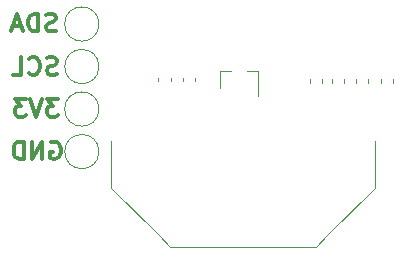
<source format=gbr>
G04 #@! TF.GenerationSoftware,KiCad,Pcbnew,(5.1.5)-3*
G04 #@! TF.CreationDate,2021-08-08T19:40:10+02:00*
G04 #@! TF.ProjectId,18650_UPS_TOP,31383635-305f-4555-9053-5f544f502e6b,rev?*
G04 #@! TF.SameCoordinates,Original*
G04 #@! TF.FileFunction,Legend,Bot*
G04 #@! TF.FilePolarity,Positive*
%FSLAX46Y46*%
G04 Gerber Fmt 4.6, Leading zero omitted, Abs format (unit mm)*
G04 Created by KiCad (PCBNEW (5.1.5)-3) date 2021-08-08 19:40:10*
%MOMM*%
%LPD*%
G04 APERTURE LIST*
%ADD10C,0.300000*%
%ADD11C,0.120000*%
G04 APERTURE END LIST*
D10*
X75221428Y-80157142D02*
X75007142Y-80228571D01*
X74650000Y-80228571D01*
X74507142Y-80157142D01*
X74435714Y-80085714D01*
X74364285Y-79942857D01*
X74364285Y-79800000D01*
X74435714Y-79657142D01*
X74507142Y-79585714D01*
X74650000Y-79514285D01*
X74935714Y-79442857D01*
X75078571Y-79371428D01*
X75150000Y-79300000D01*
X75221428Y-79157142D01*
X75221428Y-79014285D01*
X75150000Y-78871428D01*
X75078571Y-78800000D01*
X74935714Y-78728571D01*
X74578571Y-78728571D01*
X74364285Y-78800000D01*
X73721428Y-80228571D02*
X73721428Y-78728571D01*
X73364285Y-78728571D01*
X73150000Y-78800000D01*
X73007142Y-78942857D01*
X72935714Y-79085714D01*
X72864285Y-79371428D01*
X72864285Y-79585714D01*
X72935714Y-79871428D01*
X73007142Y-80014285D01*
X73150000Y-80157142D01*
X73364285Y-80228571D01*
X73721428Y-80228571D01*
X72292857Y-79800000D02*
X71578571Y-79800000D01*
X72435714Y-80228571D02*
X71935714Y-78728571D01*
X71435714Y-80228571D01*
X75285714Y-83832142D02*
X75071428Y-83903571D01*
X74714285Y-83903571D01*
X74571428Y-83832142D01*
X74500000Y-83760714D01*
X74428571Y-83617857D01*
X74428571Y-83475000D01*
X74500000Y-83332142D01*
X74571428Y-83260714D01*
X74714285Y-83189285D01*
X75000000Y-83117857D01*
X75142857Y-83046428D01*
X75214285Y-82975000D01*
X75285714Y-82832142D01*
X75285714Y-82689285D01*
X75214285Y-82546428D01*
X75142857Y-82475000D01*
X75000000Y-82403571D01*
X74642857Y-82403571D01*
X74428571Y-82475000D01*
X72928571Y-83760714D02*
X73000000Y-83832142D01*
X73214285Y-83903571D01*
X73357142Y-83903571D01*
X73571428Y-83832142D01*
X73714285Y-83689285D01*
X73785714Y-83546428D01*
X73857142Y-83260714D01*
X73857142Y-83046428D01*
X73785714Y-82760714D01*
X73714285Y-82617857D01*
X73571428Y-82475000D01*
X73357142Y-82403571D01*
X73214285Y-82403571D01*
X73000000Y-82475000D01*
X72928571Y-82546428D01*
X71571428Y-83903571D02*
X72285714Y-83903571D01*
X72285714Y-82403571D01*
X75382142Y-85953571D02*
X74453571Y-85953571D01*
X74953571Y-86525000D01*
X74739285Y-86525000D01*
X74596428Y-86596428D01*
X74525000Y-86667857D01*
X74453571Y-86810714D01*
X74453571Y-87167857D01*
X74525000Y-87310714D01*
X74596428Y-87382142D01*
X74739285Y-87453571D01*
X75167857Y-87453571D01*
X75310714Y-87382142D01*
X75382142Y-87310714D01*
X74025000Y-85953571D02*
X73525000Y-87453571D01*
X73025000Y-85953571D01*
X72667857Y-85953571D02*
X71739285Y-85953571D01*
X72239285Y-86525000D01*
X72025000Y-86525000D01*
X71882142Y-86596428D01*
X71810714Y-86667857D01*
X71739285Y-86810714D01*
X71739285Y-87167857D01*
X71810714Y-87310714D01*
X71882142Y-87382142D01*
X72025000Y-87453571D01*
X72453571Y-87453571D01*
X72596428Y-87382142D01*
X72667857Y-87310714D01*
X74767857Y-89625000D02*
X74910714Y-89553571D01*
X75125000Y-89553571D01*
X75339285Y-89625000D01*
X75482142Y-89767857D01*
X75553571Y-89910714D01*
X75625000Y-90196428D01*
X75625000Y-90410714D01*
X75553571Y-90696428D01*
X75482142Y-90839285D01*
X75339285Y-90982142D01*
X75125000Y-91053571D01*
X74982142Y-91053571D01*
X74767857Y-90982142D01*
X74696428Y-90910714D01*
X74696428Y-90410714D01*
X74982142Y-90410714D01*
X74053571Y-91053571D02*
X74053571Y-89553571D01*
X73196428Y-91053571D01*
X73196428Y-89553571D01*
X72482142Y-91053571D02*
X72482142Y-89553571D01*
X72125000Y-89553571D01*
X71910714Y-89625000D01*
X71767857Y-89767857D01*
X71696428Y-89910714D01*
X71625000Y-90196428D01*
X71625000Y-90410714D01*
X71696428Y-90696428D01*
X71767857Y-90839285D01*
X71910714Y-90982142D01*
X72125000Y-91053571D01*
X72482142Y-91053571D01*
D11*
X83900000Y-97500000D02*
X84900000Y-98500000D01*
X98200000Y-97500000D02*
X97200000Y-98500000D01*
X84900000Y-98500000D02*
X97200000Y-98500000D01*
X102200000Y-93500000D02*
X98200000Y-97500000D01*
X79900000Y-93500000D02*
X83900000Y-97500000D01*
X102200000Y-89500000D02*
X102200000Y-93500000D01*
X79900000Y-89500000D02*
X79900000Y-93500000D01*
X89120000Y-83540000D02*
X89120000Y-85000000D01*
X92280000Y-83540000D02*
X92280000Y-85700000D01*
X92280000Y-83540000D02*
X91350000Y-83540000D01*
X89120000Y-83540000D02*
X90050000Y-83540000D01*
X78850000Y-90400000D02*
G75*
G03X78850000Y-90400000I-1450000J0D01*
G01*
X78850000Y-86800000D02*
G75*
G03X78850000Y-86800000I-1450000J0D01*
G01*
X78850000Y-83200000D02*
G75*
G03X78850000Y-83200000I-1450000J0D01*
G01*
X78850000Y-79600000D02*
G75*
G03X78850000Y-79600000I-1450000J0D01*
G01*
X96690000Y-84562779D02*
X96690000Y-84237221D01*
X97710000Y-84562779D02*
X97710000Y-84237221D01*
X102690000Y-84562779D02*
X102690000Y-84237221D01*
X103710000Y-84562779D02*
X103710000Y-84237221D01*
X100590000Y-84562779D02*
X100590000Y-84237221D01*
X101610000Y-84562779D02*
X101610000Y-84237221D01*
X98590000Y-84562779D02*
X98590000Y-84237221D01*
X99610000Y-84562779D02*
X99610000Y-84237221D01*
X83890000Y-84462779D02*
X83890000Y-84137221D01*
X84910000Y-84462779D02*
X84910000Y-84137221D01*
X85990000Y-84462779D02*
X85990000Y-84137221D01*
X87010000Y-84462779D02*
X87010000Y-84137221D01*
M02*

</source>
